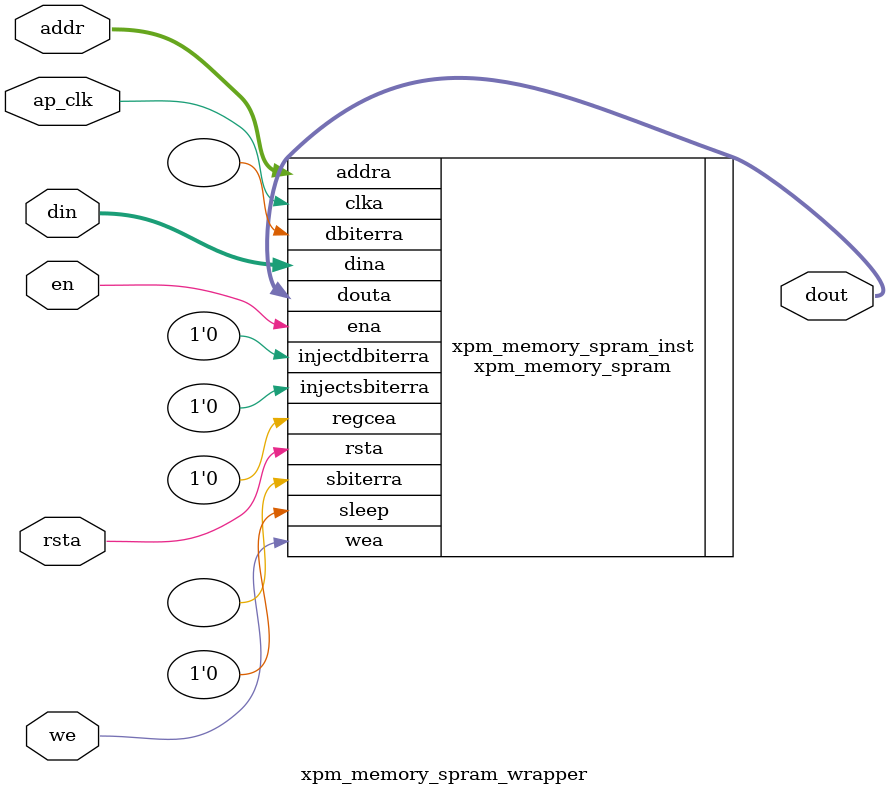
<source format=sv>

`timescale 1ns/1ps

module xpm_memory_spram_wrapper #(
  parameter HEXFILE          = "none" ,
  parameter DATA_W           = 8      ,
  parameter ADDR_W           = 14     ,
  parameter MEMORY_PRIMITIVE = "block",
  parameter BYTE_WRITE_W     = DATA_W
) (
  input  logic                           ap_clk,
  input  logic                           rsta  ,
  input  logic                           en    ,
  input  logic [DATA_W/BYTE_WRITE_W-1:0] we    ,
  input  logic [           (ADDR_W-1):0] addr  ,
  output logic [           (DATA_W-1):0] dout  ,
  input  logic [           (DATA_W-1):0] din
);

  localparam MEMORY_SIZE       = DATA_W * (2**ADDR_W);
  localparam mem_init_file_int = HEXFILE             ;

  // xpm_memory_spram: Single Port RAM
  // Xilinx Parameterized Macro, Version 2017.4
  xpm_memory_spram #(
    // Common module parameters
    .MEMORY_SIZE        (MEMORY_SIZE      ), //positive integer
    .MEMORY_PRIMITIVE   (MEMORY_PRIMITIVE ), //string; "auto", "distributed", "block" or "ultra";
    .MEMORY_INIT_FILE   (mem_init_file_int), //string; "none" or "<filename>.mem"
    .MEMORY_INIT_PARAM  (""               ), //string;
    .USE_MEM_INIT       (1                ), //integer; 0,1
    .WAKEUP_TIME        ("disable_sleep"  ), //string; "disable_sleep" or "use_sleep_pin"
    .MESSAGE_CONTROL    (0                ), //integer; 0,1
    .MEMORY_OPTIMIZATION("true"           ), //string; "true", "false"
    // Port A module parameters
    .WRITE_DATA_WIDTH_A (DATA_W           ), //positive integer
    .READ_DATA_WIDTH_A  (DATA_W           ), //positive integer
    .BYTE_WRITE_WIDTH_A (BYTE_WRITE_W     ), //integer; 8, 9, or WRITE_DATA_WIDTH_A value
    .ADDR_WIDTH_A       (ADDR_W           ), //positive integer
    .READ_RESET_VALUE_A ("0"              ), //string
    .ECC_MODE           ("no_ecc"         ), //string; "no_ecc", "encode_only", "decode_only" or "both_encode_and_decode"
    .AUTO_SLEEP_TIME    (0                ), //Do not Change
    .READ_LATENCY_A     (1                ), //non-negative integer
    .WRITE_MODE_A       ("write_first"    )  //string; "write_first", "read_first", "no_change"
  ) xpm_memory_spram_inst (
    // Common module ports
    .sleep         (1'b0  ),
    // Port A module ports
    .clka          (ap_clk),
    .rsta          (rsta  ),
    .ena           (en    ),
    .regcea        (1'b0  ),
    .wea           (we    ),
    .addra         (addr  ),
    .dina          (din   ),
    .injectsbiterra(1'b0  ),
    .injectdbiterra(1'b0  ),
    .douta         (dout  ),
    .sbiterra      (      ),
    .dbiterra      (      )
  );

endmodule : xpm_memory_spram_wrapper


</source>
